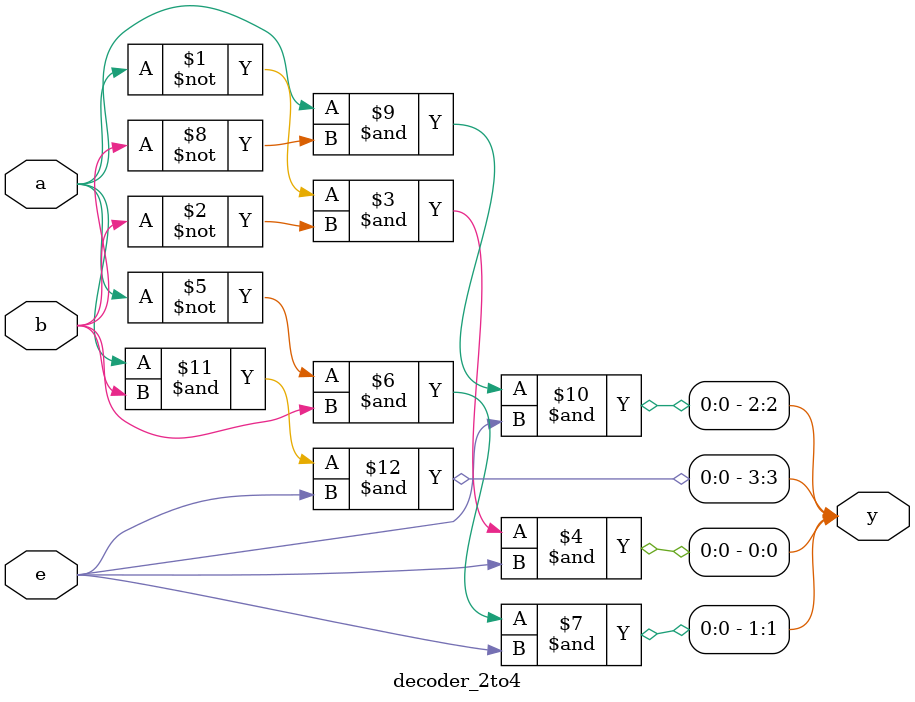
<source format=v>
`timescale 1ns / 1ps


module decoder_2to4(
input a,b,e,
output [3:0]y
    );
    assign y[0]= ~a &  ~b & e;
    assign y[1]= ~a &   b & e;
    assign y[2]=  a &  ~b & e;
    assign y[3]=  a &   b & e;
    endmodule

</source>
